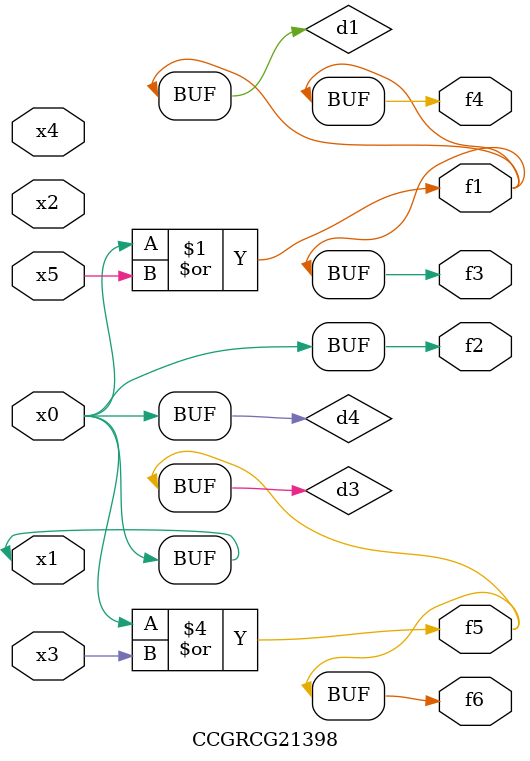
<source format=v>
module CCGRCG21398(
	input x0, x1, x2, x3, x4, x5,
	output f1, f2, f3, f4, f5, f6
);

	wire d1, d2, d3, d4;

	or (d1, x0, x5);
	xnor (d2, x1, x4);
	or (d3, x0, x3);
	buf (d4, x0, x1);
	assign f1 = d1;
	assign f2 = d4;
	assign f3 = d1;
	assign f4 = d1;
	assign f5 = d3;
	assign f6 = d3;
endmodule

</source>
